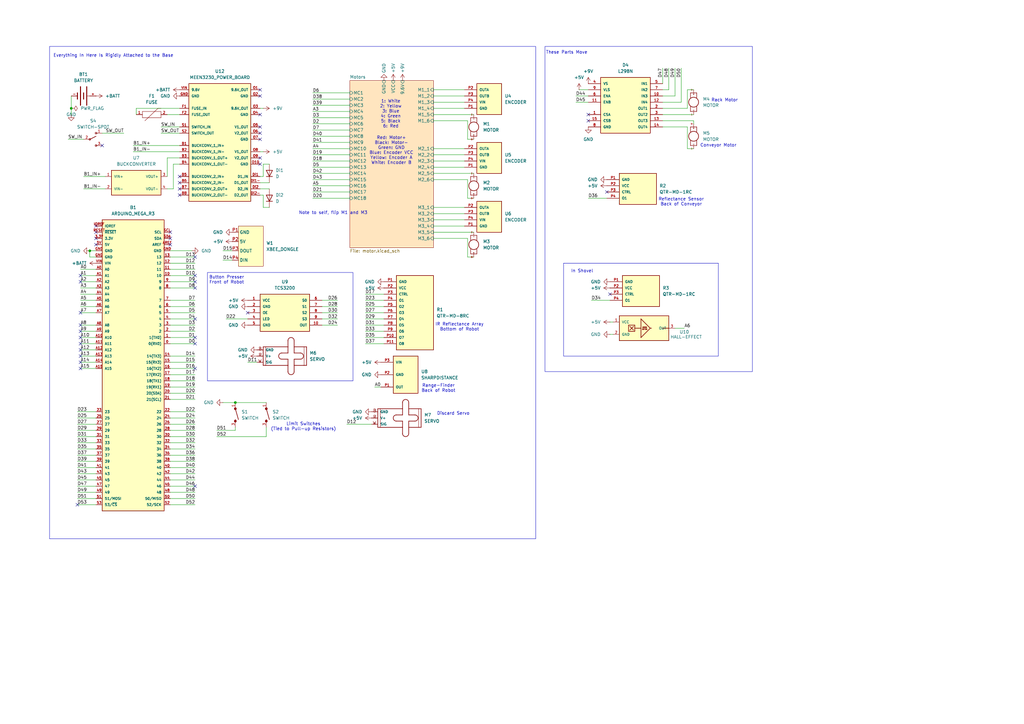
<source format=kicad_sch>
(kicad_sch (version 20250114) (generator "eeschema") (generator_version "9.0")
  (paper "A3")
  (title_block (title "Full Robot Schematic"))
  (rectangle (start 231.14 107.95) (end 294.64 146.05))
  (rectangle (start 223.52 19.05) (end 308.61 152.4))
  (rectangle (start 85.09 111.76) (end 144.78 156.21))
  (rectangle (start 20.32 19.05) (end 219.71 220.98))
  (text "Button Presser\nFront of Robot" (at 92.964 114.808 0) (effects (font (size 1.27 1.27))))
  (text "Everything In Here Is Rigidly Attached to the Base" (at 46.482 22.86 0) (effects (font (size 1.27 1.27))))
  (text "Conveyor Motor" (at 294.64 59.69 0) (effects (font (size 1.27 1.27))))
  (text "In Shovel" (at 238.76 111.252 0) (effects (font (size 1.27 1.27))))
  (text "Note to self, flip M1 and M3" (at 136.652 87.376 0) (effects (font (size 1.27 1.27))))
  (text "These Parts Move" (at 232.41 21.59 0) (effects (font (size 1.27 1.27))))
  (text "IR Reflectance Array\nBottom of Robot" (at 188.468 134.112 0) (effects (font (size 1.27 1.27))))
  (text "1: White\n2: Yellow\n3: Blue\n4: Green\n5: Black\n6: Red" (at 160.274 46.736 0) (effects (font (size 1.27 1.27))))
  (text "Reflectance Sensor\nBack of Conveyor" (at 279.4 82.804 0) (effects (font (size 1.27 1.27))))
  (text "Limit Switches\n(Tied to Pull-up Resistors)" (at 124.46 175.006 0) (effects (font (size 1.27 1.27))))
  (text "Discard Servo" (at 185.928 169.672 0) (effects (font (size 1.27 1.27))))
  (text "Range-Finder\nBack of Robot" (at 179.832 159.258 0) (effects (font (size 1.27 1.27))))
  (text "Red: Motor+\nBlack: Motor-\nGreen: GND\nBlue: Encoder VCC\nYellow: Encoder A\nWhite: Encoder B" (at 160.528 61.722 0) (effects (font (size 1.27 1.27))))
  (text "Rack Motor\n" (at 297.18 41.148 0) (effects (font (size 1.27 1.27))))
  (junction (at 29.21 44.45))
  (junction (at 96.52 165.1))
  (junction (at 36.83 102.87))
  (no_connect (at 80.01 140.97))
  (no_connect (at 39.37 95.25))
  (no_connect (at 80.01 105.41))
  (no_connect (at 248.92 78.74))
  (no_connect (at 33.02 133.35))
  (no_connect (at 101.6 128.27))
  (no_connect (at 80.01 113.03))
  (no_connect (at 80.01 115.57))
  (no_connect (at 80.01 138.43))
  (no_connect (at 80.01 118.11))
  (no_connect (at 31.75 207.01))
  (no_connect (at 33.02 151.13))
  (no_connect (at 39.37 100.33))
  (no_connect (at 250.19 120.65))
  (no_connect (at 33.02 128.27))
  (no_connect (at 73.66 77.47))
  (no_connect (at 69.85 100.33))
  (no_connect (at 106.68 67.31))
  (no_connect (at 33.02 138.43))
  (no_connect (at 106.68 52.07))
  (no_connect (at 106.68 36.83))
  (no_connect (at 33.02 146.05))
  (no_connect (at 80.01 199.39))
  (no_connect (at 80.01 151.13))
  (no_connect (at 33.02 148.59))
  (no_connect (at 106.68 39.37))
  (no_connect (at 33.02 115.57))
  (no_connect (at 39.37 92.71))
  (no_connect (at 106.68 46.99))
  (no_connect (at 33.02 140.97))
  (no_connect (at 33.02 143.51))
  (no_connect (at 106.68 64.77))
  (no_connect (at 80.01 130.81))
  (no_connect (at 73.66 80.01))
  (no_connect (at 33.02 135.89))
  (no_connect (at 41.91 59.69))
  (no_connect (at 69.85 95.25))
  (no_connect (at 39.37 97.79))
  (no_connect (at 241.3 46.99))
  (no_connect (at 106.68 54.61))
  (no_connect (at 69.85 97.79))
  (no_connect (at 73.66 74.93))
  (no_connect (at 241.3 49.53))
  (no_connect (at 33.02 113.03))
  (no_connect (at 106.68 57.15))
  (no_connect (at 73.66 72.39))
  (wire (pts (xy 68.58 77.47) (xy 71.12 77.47)))
  (wire (pts (xy 132.08 128.27) (xy 138.43 128.27)))
  (wire (pts (xy 177.8 36.83) (xy 190.5 36.83)))
  (wire (pts (xy 69.85 194.31) (xy 80.01 194.31)))
  (wire (pts (xy 88.9 179.07) (xy 109.22 179.07)))
  (wire (pts (xy 33.02 133.35) (xy 39.37 133.35)))
  (wire (pts (xy 31.75 186.69) (xy 39.37 186.69)))
  (wire (pts (xy 191.77 81.28) (xy 191.77 73.66)))
  (wire (pts (xy 91.44 106.68) (xy 95.25 106.68)))
  (wire (pts (xy 177.8 85.09) (xy 190.5 85.09)))
  (wire (pts (xy 191.77 105.41) (xy 191.77 97.79)))
  (wire (pts (xy 177.8 63.5) (xy 190.5 63.5)))
  (wire (pts (xy 149.86 128.27) (xy 157.48 128.27)))
  (wire (pts (xy 128.27 76.2) (xy 143.51 76.2)))
  (wire (pts (xy 106.68 74.93) (xy 110.49 74.93)))
  (wire (pts (xy 33.02 138.43) (xy 39.37 138.43)))
  (wire (pts (xy 128.27 68.58) (xy 143.51 68.58)))
  (wire (pts (xy 281.94 52.07) (xy 281.94 60.96)))
  (wire (pts (xy 271.78 46.99) (xy 284.48 46.99)))
  (wire (pts (xy 29.21 39.37) (xy 29.21 44.45)))
  (wire (pts (xy 33.02 128.27) (xy 39.37 128.27)))
  (wire (pts (xy 128.27 78.74) (xy 143.51 78.74)))
  (wire (pts (xy 149.86 135.89) (xy 157.48 135.89)))
  (wire (pts (xy 41.91 54.61) (xy 50.8 54.61)))
  (wire (pts (xy 33.02 140.97) (xy 39.37 140.97)))
  (wire (pts (xy 69.85 196.85) (xy 80.01 196.85)))
  (wire (pts (xy 69.85 163.83) (xy 80.01 163.83)))
  (wire (pts (xy 69.85 158.75) (xy 80.01 158.75)))
  (wire (pts (xy 281.94 44.45) (xy 281.94 36.83)))
  (wire (pts (xy 91.44 102.87) (xy 95.25 102.87)))
  (wire (pts (xy 251.46 137.16) (xy 250.19 137.16)))
  (wire (pts (xy 177.8 87.63) (xy 190.5 87.63)))
  (wire (pts (xy 31.75 196.85) (xy 39.37 196.85)))
  (wire (pts (xy 128.27 73.66) (xy 143.51 73.66)))
  (wire (pts (xy 69.85 133.35) (xy 80.01 133.35)))
  (wire (pts (xy 69.85 207.01) (xy 80.01 207.01)))
  (wire (pts (xy 31.75 173.99) (xy 39.37 173.99)))
  (wire (pts (xy 29.21 44.45) (xy 29.21 46.99)))
  (wire (pts (xy 132.08 123.19) (xy 138.43 123.19)))
  (wire (pts (xy 31.75 207.01) (xy 39.37 207.01)))
  (wire (pts (xy 71.12 67.31) (xy 73.66 67.31)))
  (wire (pts (xy 33.02 120.65) (xy 39.37 120.65)))
  (wire (pts (xy 33.02 113.03) (xy 39.37 113.03)))
  (wire (pts (xy 69.85 186.69) (xy 80.01 186.69)))
  (wire (pts (xy 107.95 67.31) (xy 107.95 72.39)))
  (wire (pts (xy 271.78 36.83) (xy 274.32 36.83)))
  (wire (pts (xy 128.27 60.96) (xy 143.51 60.96)))
  (wire (pts (xy 69.85 201.93) (xy 80.01 201.93)))
  (wire (pts (xy 177.8 92.71) (xy 190.5 92.71)))
  (wire (pts (xy 128.27 43.18) (xy 143.51 43.18)))
  (wire (pts (xy 69.85 173.99) (xy 80.01 173.99)))
  (wire (pts (xy 33.02 118.11) (xy 39.37 118.11)))
  (wire (pts (xy 276.86 134.62) (xy 280.67 134.62)))
  (wire (pts (xy 237.49 36.83) (xy 241.3 36.83)))
  (wire (pts (xy 177.8 44.45) (xy 190.5 44.45)))
  (wire (pts (xy 96.52 175.26) (xy 96.52 176.53)))
  (wire (pts (xy 128.27 63.5) (xy 143.51 63.5)))
  (wire (pts (xy 101.6 148.59) (xy 105.41 148.59)))
  (wire (pts (xy 69.85 105.41) (xy 80.01 105.41)))
  (wire (pts (xy 31.75 191.77) (xy 39.37 191.77)))
  (wire (pts (xy 128.27 71.12) (xy 143.51 71.12)))
  (wire (pts (xy 68.58 46.99) (xy 73.66 46.99)))
  (wire (pts (xy 149.86 140.97) (xy 157.48 140.97)))
  (wire (pts (xy 69.85 181.61) (xy 80.01 181.61)))
  (wire (pts (xy 69.85 110.49) (xy 80.01 110.49)))
  (wire (pts (xy 177.8 49.53) (xy 191.77 49.53)))
  (wire (pts (xy 132.08 125.73) (xy 138.43 125.73)))
  (wire (pts (xy 271.78 41.91) (xy 279.4 41.91)))
  (wire (pts (xy 241.3 81.28) (xy 248.92 81.28)))
  (wire (pts (xy 128.27 38.1) (xy 143.51 38.1)))
  (wire (pts (xy 271.78 44.45) (xy 281.94 44.45)))
  (wire (pts (xy 31.75 194.31) (xy 39.37 194.31)))
  (wire (pts (xy 177.8 41.91) (xy 190.5 41.91)))
  (wire (pts (xy 33.02 151.13) (xy 39.37 151.13)))
  (wire (pts (xy 31.75 184.15) (xy 39.37 184.15)))
  (wire (pts (xy 142.24 173.99) (xy 152.4 173.99)))
  (wire (pts (xy 177.8 39.37) (xy 190.5 39.37)))
  (wire (pts (xy 69.85 146.05) (xy 80.01 146.05)))
  (wire (pts (xy 149.86 125.73) (xy 157.48 125.73)))
  (wire (pts (xy 128.27 53.34) (xy 143.51 53.34)))
  (wire (pts (xy 33.02 143.51) (xy 39.37 143.51)))
  (wire (pts (xy 271.78 27.94) (xy 271.78 34.29)))
  (wire (pts (xy 271.78 52.07) (xy 281.94 52.07)))
  (wire (pts (xy 149.86 133.35) (xy 157.48 133.35)))
  (wire (pts (xy 69.85 138.43) (xy 80.01 138.43)))
  (wire (pts (xy 271.78 49.53) (xy 284.48 49.53)))
  (wire (pts (xy 69.85 102.87) (xy 78.74 102.87)))
  (wire (pts (xy 194.31 105.41) (xy 191.77 105.41)))
  (wire (pts (xy 69.85 135.89) (xy 80.01 135.89)))
  (wire (pts (xy 69.85 148.59) (xy 80.01 148.59)))
  (wire (pts (xy 69.85 115.57) (xy 80.01 115.57)))
  (wire (pts (xy 34.29 72.39) (xy 43.18 72.39)))
  (wire (pts (xy 69.85 156.21) (xy 80.01 156.21)))
  (wire (pts (xy 177.8 66.04) (xy 190.5 66.04)))
  (wire (pts (xy 274.32 27.94) (xy 274.32 36.83)))
  (wire (pts (xy 33.02 115.57) (xy 39.37 115.57)))
  (wire (pts (xy 281.94 60.96) (xy 284.48 60.96)))
  (wire (pts (xy 27.94 57.15) (xy 34.29 57.15)))
  (wire (pts (xy 107.95 80.01) (xy 107.95 85.09)))
  (wire (pts (xy 69.85 184.15) (xy 80.01 184.15)))
  (wire (pts (xy 128.27 50.8) (xy 143.51 50.8)))
  (wire (pts (xy 31.75 171.45) (xy 39.37 171.45)))
  (wire (pts (xy 128.27 48.26) (xy 143.51 48.26)))
  (wire (pts (xy 284.48 49.53) (xy 284.48 50.8)))
  (wire (pts (xy 96.52 165.1) (xy 109.22 165.1)))
  (wire (pts (xy 73.66 44.45) (xy 55.88 44.45)))
  (wire (pts (xy 33.02 146.05) (xy 39.37 146.05)))
  (wire (pts (xy 149.86 138.43) (xy 157.48 138.43)))
  (wire (pts (xy 69.85 161.29) (xy 80.01 161.29)))
  (wire (pts (xy 69.85 204.47) (xy 80.01 204.47)))
  (wire (pts (xy 128.27 66.04) (xy 143.51 66.04)))
  (wire (pts (xy 276.86 27.94) (xy 276.86 39.37)))
  (wire (pts (xy 132.08 133.35) (xy 138.43 133.35)))
  (wire (pts (xy 54.61 62.23) (xy 73.66 62.23)))
  (wire (pts (xy 279.4 27.94) (xy 279.4 41.91)))
  (wire (pts (xy 194.31 81.28) (xy 191.77 81.28)))
  (wire (pts (xy 92.71 130.81) (xy 101.6 130.81)))
  (wire (pts (xy 106.68 62.23) (xy 107.95 62.23)))
  (wire (pts (xy 69.85 191.77) (xy 80.01 191.77)))
  (wire (pts (xy 31.75 201.93) (xy 39.37 201.93)))
  (wire (pts (xy 69.85 171.45) (xy 80.01 171.45)))
  (wire (pts (xy 33.02 123.19) (xy 39.37 123.19)))
  (wire (pts (xy 69.85 176.53) (xy 80.01 176.53)))
  (wire (pts (xy 69.85 125.73) (xy 80.01 125.73)))
  (wire (pts (xy 236.22 39.37) (xy 241.3 39.37)))
  (wire (pts (xy 69.85 118.11) (xy 80.01 118.11)))
  (wire (pts (xy 177.8 71.12) (xy 194.31 71.12)))
  (wire (pts (xy 66.04 52.07) (xy 73.66 52.07)))
  (wire (pts (xy 54.61 59.69) (xy 73.66 59.69)))
  (wire (pts (xy 149.86 130.81) (xy 157.48 130.81)))
  (wire (pts (xy 31.75 179.07) (xy 39.37 179.07)))
  (wire (pts (xy 69.85 130.81) (xy 80.01 130.81)))
  (wire (pts (xy 31.75 189.23) (xy 39.37 189.23)))
  (wire (pts (xy 66.04 54.61) (xy 73.66 54.61)))
  (wire (pts (xy 242.57 123.19) (xy 250.19 123.19)))
  (wire (pts (xy 128.27 81.28) (xy 143.51 81.28)))
  (wire (pts (xy 109.22 175.26) (xy 109.22 179.07)))
  (wire (pts (xy 31.75 199.39) (xy 39.37 199.39)))
  (wire (pts (xy 106.68 72.39) (xy 107.95 72.39)))
  (wire (pts (xy 128.27 40.64) (xy 143.51 40.64)))
  (wire (pts (xy 177.8 68.58) (xy 190.5 68.58)))
  (wire (pts (xy 36.83 102.87) (xy 39.37 102.87)))
  (wire (pts (xy 31.75 168.91) (xy 39.37 168.91)))
  (wire (pts (xy 33.02 135.89) (xy 39.37 135.89)))
  (wire (pts (xy 91.44 165.1) (xy 96.52 165.1)))
  (wire (pts (xy 149.86 120.65) (xy 157.48 120.65)))
  (wire (pts (xy 31.75 176.53) (xy 39.37 176.53)))
  (wire (pts (xy 153.67 158.75) (xy 156.21 158.75)))
  (wire (pts (xy 177.8 97.79) (xy 191.77 97.79)))
  (wire (pts (xy 106.68 77.47) (xy 110.49 77.47)))
  (wire (pts (xy 68.58 72.39) (xy 68.58 64.77)))
  (wire (pts (xy 69.85 128.27) (xy 80.01 128.27)))
  (wire (pts (xy 69.85 168.91) (xy 80.01 168.91)))
  (wire (pts (xy 71.12 77.47) (xy 71.12 67.31)))
  (wire (pts (xy 88.9 176.53) (xy 96.52 176.53)))
  (wire (pts (xy 69.85 199.39) (xy 80.01 199.39)))
  (wire (pts (xy 271.78 39.37) (xy 276.86 39.37)))
  (wire (pts (xy 177.8 46.99) (xy 194.31 46.99)))
  (wire (pts (xy 177.8 73.66) (xy 191.77 73.66)))
  (wire (pts (xy 128.27 45.72) (xy 143.51 45.72)))
  (wire (pts (xy 128.27 55.88) (xy 143.51 55.88)))
  (wire (pts (xy 69.85 107.95) (xy 80.01 107.95)))
  (wire (pts (xy 33.02 110.49) (xy 39.37 110.49)))
  (wire (pts (xy 36.83 105.41) (xy 36.83 102.87)))
  (wire (pts (xy 107.95 67.31) (xy 110.49 67.31)))
  (wire (pts (xy 69.85 151.13) (xy 80.01 151.13)))
  (wire (pts (xy 69.85 189.23) (xy 80.01 189.23)))
  (wire (pts (xy 107.95 80.01) (xy 106.68 80.01)))
  (wire (pts (xy 236.22 41.91) (xy 241.3 41.91)))
  (wire (pts (xy 33.02 125.73) (xy 39.37 125.73)))
  (wire (pts (xy 31.75 181.61) (xy 39.37 181.61)))
  (wire (pts (xy 33.02 148.59) (xy 39.37 148.59)))
  (wire (pts (xy 39.37 105.41) (xy 36.83 105.41)))
  (wire (pts (xy 34.29 77.47) (xy 43.18 77.47)))
  (wire (pts (xy 177.8 95.25) (xy 194.31 95.25)))
  (wire (pts (xy 55.88 44.45) (xy 55.88 46.99)))
  (wire (pts (xy 69.85 153.67) (xy 80.01 153.67)))
  (wire (pts (xy 177.8 60.96) (xy 190.5 60.96)))
  (wire (pts (xy 106.68 44.45) (xy 107.95 44.45)))
  (wire (pts (xy 250.19 132.08) (xy 251.46 132.08)))
  (wire (pts (xy 31.75 204.47) (xy 39.37 204.47)))
  (wire (pts (xy 107.95 85.09) (xy 110.49 85.09)))
  (wire (pts (xy 149.86 123.19) (xy 157.48 123.19)))
  (wire (pts (xy 69.85 123.19) (xy 80.01 123.19)))
  (wire (pts (xy 281.94 36.83) (xy 284.48 36.83)))
  (wire (pts (xy 69.85 179.07) (xy 80.01 179.07)))
  (wire (pts (xy 128.27 58.42) (xy 143.51 58.42)))
  (wire (pts (xy 177.8 90.17) (xy 190.5 90.17)))
  (wire (pts (xy 194.31 57.15) (xy 191.77 57.15)))
  (wire (pts (xy 191.77 57.15) (xy 191.77 49.53)))
  (wire (pts (xy 69.85 140.97) (xy 80.01 140.97)))
  (wire (pts (xy 68.58 64.77) (xy 73.66 64.77)))
  (wire (pts (xy 132.08 130.81) (xy 138.43 130.81)))
  (wire (pts (xy 69.85 113.03) (xy 80.01 113.03)))
  (label "D45" (at 236.22 41.91 0))
  (label "SW_IN" (at 27.94 57.15 0))
  (label "D11" (at 101.6 148.59 0))
  (label "D31" (at 149.86 133.35 0))
  (label "D27" (at 149.86 128.27 0))
  (label "D38" (at 128.27 40.64 0))
  (label "D19" (at 128.27 63.5 0))
  (label "A6" (at 280.67 134.62 0))
  (label "D21" (at 80.01 163.83 180))
  (label "D45" (at 31.75 196.85 0))
  (label "D48" (at 274.32 27.94 270))
  (label "D52" (at 88.9 179.07 0))
  (label "D51" (at 31.75 204.47 0))
  (label "B1_IN+" (at 54.61 59.69 0))
  (label "D39" (at 31.75 189.23 0))
  (label "A6" (at 33.02 125.73 0))
  (label "D40" (at 128.27 55.88 0))
  (label "SW_IN" (at 66.04 52.07 0))
  (label "D19" (at 80.01 158.75 180))
  (label "D34" (at 242.57 123.19 0))
  (label "D36" (at 80.01 186.69 180))
  (label "D32" (at 80.01 181.61 180))
  (label "A1" (at 33.02 113.03 0))
  (label "A8" (at 33.02 133.35 0))
  (label "D42" (at 80.01 194.31 180))
  (label "D22" (at 92.71 130.81 0))
  (label "A3" (at 128.27 45.72 0))
  (label "D0" (at 80.01 140.97 180))
  (label "D47" (at 271.78 27.94 270))
  (label "D24" (at 138.43 133.35 180))
  (label "D15" (at 80.01 148.59 180))
  (label "D49" (at 31.75 201.93 0))
  (label "D44" (at 80.01 196.85 180))
  (label "D1" (at 80.01 138.43 180))
  (label "A0" (at 33.02 110.49 0))
  (label "D20" (at 80.01 161.29 180))
  (label "A9" (at 33.02 135.89 0))
  (label "A10" (at 33.02 138.43 0))
  (label "D6" (at 80.01 125.73 180))
  (label "A14" (at 33.02 148.59 0))
  (label "B1_IN+" (at 34.29 72.39 0))
  (label "D31" (at 31.75 179.07 0))
  (label "A11" (at 33.02 140.97 0))
  (label "D3" (at 128.27 48.26 0))
  (label "B1_IN-" (at 54.61 62.23 0))
  (label "D5" (at 128.27 68.58 0))
  (label "D27" (at 31.75 173.99 0))
  (label "D18" (at 80.01 156.21 180))
  (label "D33" (at 31.75 181.61 0))
  (label "D7" (at 128.27 53.34 0))
  (label "D12" (at 142.24 173.99 0))
  (label "D50" (at 279.4 27.94 270))
  (label "D13" (at 80.01 105.41 180))
  (label "D30" (at 80.01 179.07 180))
  (label "D47" (at 31.75 199.39 0))
  (label "D35" (at 149.86 138.43 0))
  (label "D32" (at 138.43 130.81 180))
  (label "D36" (at 241.3 81.28 0))
  (label "D4" (at 80.01 130.81 180))
  (label "SW_OUT" (at 50.8 54.61 180))
  (label "D12" (at 80.01 107.95 180))
  (label "D43" (at 31.75 194.31 0))
  (label "A4" (at 128.27 60.96 0))
  (label "D48" (at 80.01 201.93 180))
  (label "D40" (at 80.01 191.77 180))
  (label "D29" (at 31.75 176.53 0))
  (label "D24" (at 80.01 171.45 180))
  (label "D53" (at 31.75 207.01 0))
  (label "A15" (at 33.02 151.13 0))
  (label "D29" (at 149.86 130.81 0))
  (label "D30" (at 138.43 128.27 180))
  (label "D10" (at 80.01 113.03 180))
  (label "D14" (at 91.44 106.68 0))
  (label "D2" (at 128.27 50.8 0))
  (label "D21" (at 128.27 78.74 0))
  (label "D23" (at 31.75 168.91 0))
  (label "D25" (at 149.86 125.73 0))
  (label "D37" (at 149.86 140.97 0))
  (label "D34" (at 80.01 184.15 180))
  (label "D14" (at 80.01 146.05 180))
  (label "D25" (at 31.75 171.45 0))
  (label "D37" (at 31.75 186.69 0))
  (label "SW_OUT" (at 66.04 54.61 0))
  (label "A12" (at 33.02 143.51 0))
  (label "D52" (at 80.01 207.01 180))
  (label "D23" (at 149.86 123.19 0))
  (label "A5" (at 33.02 123.19 0))
  (label "A0" (at 153.67 158.75 0))
  (label "D50" (at 80.01 204.47 180))
  (label "A4" (at 33.02 120.65 0))
  (label "A5" (at 128.27 76.2 0))
  (label "D41" (at 31.75 191.77 0))
  (label "A2" (at 33.02 115.57 0))
  (label "D49" (at 276.86 27.94 270))
  (label "D3" (at 80.01 133.35 180))
  (label "D44" (at 236.22 39.37 0))
  (label "D20" (at 128.27 81.28 0))
  (label "D7" (at 80.01 123.19 180))
  (label "D18" (at 128.27 66.04 0))
  (label "D17" (at 149.86 120.65 0))
  (label "D9" (at 80.01 115.57 180))
  (label "A13" (at 33.02 146.05 0))
  (label "D6" (at 128.27 38.1 0))
  (label "D17" (at 80.01 153.67 180))
  (label "D38" (at 80.01 189.23 180))
  (label "D5" (at 80.01 128.27 180))
  (label "D51" (at 88.9 176.53 0))
  (label "D28" (at 138.43 125.73 180))
  (label "D11" (at 80.01 110.49 180))
  (label "D15" (at 91.44 102.87 0))
  (label "A7" (at 33.02 128.27 0))
  (label "D46" (at 80.01 199.39 180))
  (label "D35" (at 31.75 184.15 0))
  (label "B1_IN-" (at 34.29 77.47 0))
  (label "D43" (at 128.27 73.66 0))
  (label "D8" (at 80.01 118.11 180))
  (label "D42" (at 128.27 71.12 0))
  (label "D33" (at 149.86 135.89 0))
  (label "D16" (at 80.01 151.13 180))
  (label "D41" (at 128.27 58.42 0))
  (label "D28" (at 80.01 176.53 180))
  (label "D22" (at 80.01 168.91 180))
  (label "D2" (at 80.01 135.89 180))
  (label "D26" (at 138.43 123.19 180))
  (label "A3" (at 33.02 118.11 0))
  (label "D26" (at 80.01 173.99 180))
  (label "D39" (at 128.27 43.18 0))
  (symbol (lib_id "ME3230:SWITCH-SPDT") (at 36.83 57.15 0) (unit 1)
    (property "Reference" "S4" (at 38.2252 49.53 0))
    (property "Value" "SWITCH-SPDT" (at 38.2252 52.07 0))
    (property "Footprint" "SWITCH-SPDT:SWITCH_SPDT_SMD" (effects (hide yes)))
  )
  (symbol (lib_id "ME3230:BATTERY") (at 34.29 39.37 0) (mirror y) (unit 1)
    (property "Reference" "BT1" (at 34.2265 30.48 0))
    (property "Value" "BATTERY" (at 34.2265 33.02 0))
    (property "Footprint" "MechLibrary:Power Terminal" (effects (hide yes)))
  )
  (symbol (lib_id "power:+9V") (at 165.1 33.02 0) (unit 1)
    (property "Reference" "#PWR04" (effects (hide yes)))
    (property "Value" "+9V" (at 165.1 27.94 90))
    (property "Description" "Power symbol creates a global label with name \"+9V\"" (effects (hide yes)))
  )
  (symbol (lib_id "ME3230:ARDUINO_MEGA_R3") (at 54.61 146.05 0) (unit 1)
    (property "Reference" "B1" (at 54.61 85.09 0))
    (property "Value" "ARDUINO_MEGA_R3" (at 54.61 87.63 0))
    (property "Footprint" "ARDUINO_MEGA_R3:ARDUINO_MEGA_NO_SILK" (effects (hide yes)))
  )
  (symbol (lib_id "ME3230:MOTOR") (at 284.48 41.91 0) (unit 1)
    (property "Reference" "M4" (at 288.29 40.6399 0) (effects (justify left)))
    (property "Value" "MOTOR" (at 288.29 43.1799 0) (effects (justify left)))
    (property "Footprint" "MOTOR:VIBE-MOTOR-10MM" (effects (hide yes)))
    (property "PROD_ID" "COMP-08572" (effects (hide yes)))
    (property "SF_SKU" "ROB-08449" (effects (hide yes)))
  )
  (symbol (lib_id "power:+5V") (at 157.48 118.11 90) (unit 1)
    (property "Reference" "#PWR044" (effects (hide yes)))
    (property "Value" "+5V" (at 153.67 118.1099 90) (effects (justify left)))
    (property "Description" "Power symbol creates a global label with name \"+5V\"" (effects (hide yes)))
  )
  (symbol (lib_id "power:+BATT") (at 73.66 36.83 90) (unit 1)
    (property "Reference" "#PWR011" (effects (hide yes)))
    (property "Value" "+BATT" (at 69.85 36.8299 90) (effects (justify left)))
    (property "Description" "Power symbol creates a global label with name \"+BATT\"" (effects (hide yes)))
  )
  (symbol (lib_id "power:GND") (at 157.48 115.57 270) (unit 1)
    (property "Reference" "#PWR040" (effects (hide yes)))
    (property "Value" "GND" (at 153.67 115.5699 90) (effects (justify right)))
    (property "Description" "Power symbol creates a global label with name \"GND\" , ground" (effects (hide yes)))
  )
  (symbol (lib_id "power:+5V") (at 156.21 148.59 90) (unit 1)
    (property "Reference" "#PWR036" (effects (hide yes)))
    (property "Value" "+5V" (at 152.4 148.5899 90) (effects (justify left)))
    (property "Description" "Power symbol creates a global label with name \"+5V\"" (effects (hide yes)))
  )
  (symbol (lib_id "power:+5V") (at 105.41 146.05 90) (unit 1)
    (property "Reference" "#PWR035" (effects (hide yes)))
    (property "Value" "+5V" (at 101.6 146.0499 90) (effects (justify left)))
    (property "Description" "Power symbol creates a global label with name \"+5V\"" (effects (hide yes)))
  )
  (symbol (lib_id "ME3230:ENCODER") (at 200.66 41.91 0) (unit 1)
    (property "Reference" "U4" (at 207.01 39.3699 0) (effects (justify left)))
    (property "Value" "ENCODER" (at 207.01 41.9099 0) (effects (justify left)))
    (property "Footprint" "ENCODER:ENCODER" (effects (hide yes)))
  )
  (symbol (lib_id "ME3230:FUSE") (at 60.96 46.99 0) (unit 1)
    (property "Reference" "F1" (at 62.23 39.37 0))
    (property "Value" "FUSE" (at 62.23 41.91 0))
    (property "Footprint" "MechLibrary:Fuse Holder" (effects (hide yes)))
  )
  (symbol (lib_id "ME3230:QTR-MD-8RC") (at 167.64 135.89 0) (unit 1)
    (property "Reference" "R1" (at 179.07 126.9999 0) (effects (justify left)))
    (property "Value" "QTR-MD-8RC" (at 179.07 129.5399 0) (effects (justify left)))
    (property "Footprint" "QTR-MD-8RC:QTRMD8" (effects (hide yes)))
  )
  (symbol (lib_id "ME3230:QTR-MD-1RC") (at 259.08 76.2 0) (unit 1)
    (property "Reference" "R2" (at 270.51 76.1999 0) (effects (justify left)))
    (property "Value" "QTR-MD-1RC" (at 270.51 78.7399 0) (effects (justify left)))
    (property "Footprint" "QTR-MD-1RC:QTRMD1" (effects (hide yes)))
  )
  (symbol (lib_id "Device:D") (at 110.49 81.28 90) (unit 1)
    (property "Reference" "Di2" (at 113.03 80.0099 90) (effects (justify right)))
    (property "Value" "D" (at 113.03 82.5499 90) (effects (justify right)))
    (property "Description" "Diode" (effects (hide yes)))
    (property "Sim.Device" "D" (effects (hide yes)))
    (property "Sim.Pins" "1=K 2=A" (effects (hide yes)))
  )
  (symbol (lib_id "ME3230:HALL-EFFECT") (at 264.16 134.62 0) (unit 1)
    (property "Reference" "U10" (at 280.67 136.144 0))
    (property "Value" "HALL-EFFECT" (at 281.432 138.176 0))
    (property "Footprint" "HALL-EFFECT:HALLEFFECT" (effects (hide yes)))
    (property "PROD_ID" "IC-09214" (effects (hide yes)))
  )
  (symbol (lib_id "ME3230:TCS3200 Color Sensor") (at 116.84 130.81 0) (unit 1)
    (property "Reference" "U9" (at 116.84 115.57 0))
    (property "Value" "TCS3200" (at 116.84 118.11 0))
  )
  (symbol (lib_id "ME3230:QTR-MD-1RC") (at 260.35 118.11 0) (unit 1)
    (property "Reference" "R3" (at 271.78 118.1099 0) (effects (justify left)))
    (property "Value" "QTR-MD-1RC" (at 271.78 120.6499 0) (effects (justify left)))
    (property "Footprint" "QTR-MD-1RC:QTRMD1" (effects (hide yes)))
  )
  (symbol (lib_id "power:GND") (at 105.41 143.51 270) (unit 1)
    (property "Reference" "#PWR034" (effects (hide yes)))
    (property "Value" "GND" (at 101.6 143.5099 90) (effects (justify right)))
    (property "Description" "Power symbol creates a global label with name \"GND\" , ground" (effects (hide yes)))
  )
  (symbol (lib_id "power:GND") (at 241.3 52.07 0) (unit 1)
    (property "Reference" "#PWR031" (effects (hide yes)))
    (property "Value" "GND" (at 241.3 57.15 0))
    (property "Description" "Power symbol creates a global label with name \"GND\" , ground" (effects (hide yes)))
  )
  (symbol (lib_id "power:GND") (at 250.19 115.57 270) (unit 1)
    (property "Reference" "#PWR042" (effects (hide yes)))
    (property "Value" "GND" (at 246.38 115.5699 90) (effects (justify right)))
    (property "Description" "Power symbol creates a global label with name \"GND\" , ground" (effects (hide yes)))
  )
  (symbol (lib_id "power:+5V") (at 161.29 33.02 0) (unit 1)
    (property "Reference" "#PWR05" (effects (hide yes)))
    (property "Value" "+5V" (at 161.29 27.94 90))
    (property "Description" "Power symbol creates a global label with name \"+5V\"" (effects (hide yes)))
  )
  (symbol (lib_id "ME3230:SERVO") (at 154.94 173.99 180) (unit 1)
    (property "Reference" "M7" (at 173.99 170.1799 0) (effects (justify right)))
    (property "Value" "SERVO" (at 173.99 172.7199 0) (effects (justify right)))
    (property "Footprint" "SERVO:SERVOFOOTPRINT" (effects (hide yes)))
  )
  (symbol (lib_id "power:GND") (at 248.92 73.66 270) (unit 1)
    (property "Reference" "#PWR041" (effects (hide yes)))
    (property "Value" "GND" (at 245.11 73.6599 90) (effects (justify right)))
    (property "Description" "Power symbol creates a global label with name \"GND\" , ground" (effects (hide yes)))
  )
  (symbol (lib_id "power:GND") (at 95.25 95.25 270) (unit 1)
    (property "Reference" "#PWR051" (effects (hide yes)))
    (property "Value" "GND" (at 91.44 95.2499 90) (effects (justify right)))
    (property "Description" "Power symbol creates a global label with name \"GND\" , ground" (effects (hide yes)))
  )
  (symbol (lib_id "power:PWR_FLAG") (at 29.21 44.45 270) (unit 1)
    (property "Reference" "#FLG01" (effects (hide yes)))
    (property "Value" "PWR_FLAG" (at 33.02 44.4499 90) (effects (justify left)))
    (property "Description" "Special symbol for telling ERC where power comes from" (effects (hide yes)))
  )
  (symbol (lib_id "power:+5V") (at 250.19 118.11 90) (unit 1)
    (property "Reference" "#PWR043" (effects (hide yes)))
    (property "Value" "+5V" (at 246.38 118.1099 90) (effects (justify left)))
    (property "Description" "Power symbol creates a global label with name \"+5V\"" (effects (hide yes)))
  )
  (symbol (lib_id "power:GND") (at 157.48 33.02 180) (unit 1)
    (property "Reference" "#PWR03" (effects (hide yes)))
    (property "Value" "GND" (at 157.48 27.94 90))
    (property "Description" "Power symbol creates a global label with name \"GND\" , ground" (effects (hide yes)))
  )
  (symbol (lib_id "Device:D") (at 110.49 71.12 90) (unit 1)
    (property "Reference" "Di1" (at 113.03 69.8499 90) (effects (justify right)))
    (property "Value" "D" (at 113.03 72.3899 90) (effects (justify right)))
    (property "Description" "Diode" (effects (hide yes)))
    (property "Sim.Device" "D" (effects (hide yes)))
    (property "Sim.Pins" "1=K 2=A" (effects (hide yes)))
  )
  (symbol (lib_id "ME3230:MOTOR") (at 284.48 55.88 0) (unit 1)
    (property "Reference" "M5" (at 288.29 54.6099 0) (effects (justify left)))
    (property "Value" "MOTOR" (at 288.29 57.1499 0) (effects (justify left)))
    (property "Footprint" "MOTOR:VIBE-MOTOR-10MM" (effects (hide yes)))
    (property "PROD_ID" "COMP-08572" (effects (hide yes)))
    (property "SF_SKU" "ROB-08449" (effects (hide yes)))
  )
  (symbol (lib_id "power:GND") (at 156.21 153.67 270) (unit 1)
    (property "Reference" "#PWR037" (effects (hide yes)))
    (property "Value" "GND" (at 152.4 153.6699 90) (effects (justify right)))
    (property "Description" "Power symbol creates a global label with name \"GND\" , ground" (effects (hide yes)))
  )
  (symbol (lib_id "power:+BATT") (at 39.37 39.37 270) (unit 1)
    (property "Reference" "#PWR010" (effects (hide yes)))
    (property "Value" "+BATT" (at 43.18 39.3699 90) (effects (justify left)))
    (property "Description" "Power symbol creates a global label with name \"+BATT\"" (effects (hide yes)))
  )
  (symbol (lib_id "power:+5V") (at 250.19 132.08 90) (unit 1)
    (property "Reference" "#PWR038" (effects (hide yes)))
    (property "Value" "+5V" (at 246.38 132.0799 90) (effects (justify left)))
    (property "Description" "Power symbol creates a global label with name \"+5V\"" (effects (hide yes)))
  )
  (symbol (lib_id "power:+5V") (at 101.6 123.19 90) (unit 1)
    (property "Reference" "#PWR046" (effects (hide yes)))
    (property "Value" "+5V" (at 97.79 123.1899 90) (effects (justify left)))
    (property "Description" "Power symbol creates a global label with name \"+5V\"" (effects (hide yes)))
  )
  (symbol (lib_id "power:+5V") (at 107.95 62.23 270) (unit 1)
    (property "Reference" "#PWR013" (effects (hide yes)))
    (property "Value" "+5V" (at 111.76 62.2299 90) (effects (justify left)))
    (property "Description" "Power symbol creates a global label with name \"+5V\"" (effects (hide yes)))
  )
  (symbol (lib_id "ME3230:BUCKCONVERTER") (at 55.88 74.93 0) (unit 1)
    (property "Reference" "U7" (at 55.88 64.77 0))
    (property "Value" "BUCKCONVERTER" (at 55.88 67.31 0))
    (property "Footprint" "MechLibrary:BuckConverter" (effects (hide yes)))
    (property "PROD_ID" "IC-14143" (effects (hide yes)))
  )
  (symbol (lib_id "power:+9V") (at 241.3 34.29 0) (unit 1)
    (property "Reference" "#PWR032" (effects (hide yes)))
    (property "Value" "+9V" (at 241.3 29.21 0))
    (property "Description" "Power symbol creates a global label with name \"+9V\"" (effects (hide yes)))
  )
  (symbol (lib_id "power:GND") (at 101.6 125.73 270) (unit 1)
    (property "Reference" "#PWR047" (effects (hide yes)))
    (property "Value" "GND" (at 97.79 125.7299 90) (effects (justify right)))
    (property "Description" "Power symbol creates a global label with name \"GND\" , ground" (effects (hide yes)))
  )
  (symbol (lib_id "power:GND") (at 78.74 102.87 90) (unit 1)
    (property "Reference" "#PWR016" (effects (hide yes)))
    (property "Value" "GND" (at 82.55 102.8699 90) (effects (justify right)))
    (property "Description" "Power symbol creates a global label with name \"GND\" , ground" (effects (hide yes)))
  )
  (symbol (lib_id "power:GND") (at 29.21 46.99 0) (unit 1)
    (property "Reference" "#PWR02" (effects (hide yes)))
    (property "Value" "GND" (at 29.21 46.99 0))
    (property "Description" "Power symbol creates a global label with name \"GND\" , ground" (effects (hide yes)))
  )
  (symbol (lib_id "ME3230:MOTOR") (at 194.31 52.07 180) (unit 1)
    (property "Reference" "M1" (at 198.12 50.7999 0) (effects (justify right)))
    (property "Value" "MOTOR" (at 198.12 53.3399 0) (effects (justify right)))
    (property "Footprint" "MOTOR:VIBE-MOTOR-10MM" (effects (hide yes)))
    (property "PROD_ID" "COMP-08572" (effects (hide yes)))
    (property "SF_SKU" "ROB-08449" (effects (hide yes)))
  )
  (symbol (lib_id "ME3230:SHARPDISTANCE") (at 166.37 153.67 0) (unit 1)
    (property "Reference" "U8" (at 172.72 152.3999 0) (effects (justify left)))
    (property "Value" "SHARPDISTANCE" (at 172.72 154.9399 0) (effects (justify left)))
    (property "Footprint" "SHARPDISTANCE:SHARPDISTANCE" (effects (hide yes)))
  )
  (symbol (lib_id "power:+5V") (at 248.92 76.2 90) (unit 1)
    (property "Reference" "#PWR045" (effects (hide yes)))
    (property "Value" "+5V" (at 245.11 76.1999 90) (effects (justify left)))
    (property "Description" "Power symbol creates a global label with name \"+5V\"" (effects (hide yes)))
  )
  (symbol (lib_id "power:GND") (at 91.44 165.1 270) (unit 1)
    (property "Reference" "#PWR08" (effects (hide yes)))
    (property "Value" "GND" (at 87.63 165.0999 90) (effects (justify right)))
    (property "Description" "Power symbol creates a global label with name \"GND\" , ground" (effects (hide yes)))
  )
  (symbol (lib_id "ME3230:PUSHBUTTON-SWITCH") (at 109.22 170.18 270) (unit 1)
    (property "Reference" "S2" (at 111.76 168.9099 90) (effects (justify left)))
    (property "Value" "SWITCH" (at 111.76 171.4499 90) (effects (justify left)))
    (property "Footprint" "MechLibrary:Header3" (effects (hide yes)))
  )
  (symbol (lib_id "ME3230:ENCODER") (at 200.66 90.17 0) (unit 1)
    (property "Reference" "U6" (at 207.01 87.6299 0) (effects (justify left)))
    (property "Value" "ENCODER" (at 207.01 90.1699 0) (effects (justify left)))
    (property "Footprint" "ENCODER:ENCODER" (effects (hide yes)))
  )
  (symbol (lib_id "power:+BATT") (at 39.37 107.95 90) (unit 1)
    (property "Reference" "#PWR015" (effects (hide yes)))
    (property "Value" "+BATT" (at 35.56 107.9499 90) (effects (justify left)))
    (property "Description" "Power symbol creates a global label with name \"+BATT\"" (effects (hide yes)))
  )
  (symbol (lib_id "ME3230:MEEN3230_POWER_BOARD") (at 90.17 72.39 0) (unit 1)
    (property "Reference" "U12" (at 90.17 29.21 0))
    (property "Value" "MEEN3230_POWER_BOARD" (at 90.17 31.75 0))
  )
  (symbol (lib_id "ME3230:ENCODER") (at 200.66 66.04 0) (unit 1)
    (property "Reference" "U5" (at 207.01 63.4999 0) (effects (justify left)))
    (property "Value" "ENCODER" (at 207.01 66.0399 0) (effects (justify left)))
    (property "Footprint" "ENCODER:ENCODER" (effects (hide yes)))
  )
  (symbol (lib_id "power:+5V") (at 95.25 99.06 90) (unit 1)
    (property "Reference" "#PWR052" (effects (hide yes)))
    (property "Value" "+5V" (at 91.44 99.0599 90) (effects (justify left)))
    (property "Description" "Power symbol creates a global label with name \"+5V\"" (effects (hide yes)))
  )
  (symbol (lib_name "SERVO_1") (lib_id "ME3230:SERVO") (at 107.95 148.59 180) (unit 1)
    (property "Reference" "M6" (at 127 144.7799 0) (effects (justify right)))
    (property "Value" "SERVO" (at 127 147.3199 0) (effects (justify right)))
    (property "Footprint" "SERVO:SERVOFOOTPRINT" (effects (hide yes)))
  )
  (symbol (lib_id "ME3230:MOTOR") (at 194.31 76.2 180) (unit 1)
    (property "Reference" "M2" (at 198.12 74.9299 0) (effects (justify right)))
    (property "Value" "MOTOR" (at 198.12 77.4699 0) (effects (justify right)))
    (property "Footprint" "MOTOR:VIBE-MOTOR-10MM" (effects (hide yes)))
    (property "PROD_ID" "COMP-08572" (effects (hide yes)))
    (property "SF_SKU" "ROB-08449" (effects (hide yes)))
  )
  (symbol (lib_id "power:GND") (at 101.6 133.35 270) (unit 1)
    (property "Reference" "#PWR048" (effects (hide yes)))
    (property "Value" "GND" (at 97.79 133.3499 90) (effects (justify right)))
    (property "Description" "Power symbol creates a global label with name \"GND\" , ground" (effects (hide yes)))
  )
  (symbol (lib_id "ME3230:XBEE_Dongle") (at 102.87 99.06 0) (unit 1)
    (property "Reference" "W1" (at 109.22 99.6949 0) (effects (justify left)))
    (property "Value" "XBEE_DONGLE" (at 109.22 102.2349 0) (effects (justify left)))
  )
  (symbol (lib_id "power:GND") (at 73.66 39.37 270) (unit 1)
    (property "Reference" "#PWR01" (effects (hide yes)))
    (property "Value" "GND" (at 69.85 39.3699 90) (effects (justify right)))
    (property "Description" "Power symbol creates a global label with name \"GND\" , ground" (effects (hide yes)))
  )
  (symbol (lib_id "ME3230:L298N") (at 256.54 41.91 0) (unit 1)
    (property "Reference" "D4" (at 256.54 26.67 0))
    (property "Value" "L298N" (at 256.54 29.21 0))
    (property "Footprint" "L298:L298" (effects (hide yes)))
  )
  (symbol (lib_id "power:+5V") (at 152.4 171.45 90) (unit 1)
    (property "Reference" "#PWR07" (effects (hide yes)))
    (property "Value" "+5V" (at 148.59 171.4499 90) (effects (justify left)))
    (property "Description" "Power symbol creates a global label with name \"+5V\"" (effects (hide yes)))
  )
  (symbol (lib_id "power:+9V") (at 107.95 44.45 270) (unit 1)
    (property "Reference" "#PWR017" (effects (hide yes)))
    (property "Value" "+9V" (at 111.76 44.4499 90) (effects (justify left)))
    (property "Description" "Power symbol creates a global label with name \"+9V\"" (effects (hide yes)))
  )
  (symbol (lib_id "ME3230:PUSHBUTTON-SWITCH") (at 96.52 170.18 270) (unit 1)
    (property "Reference" "S1" (at 99.06 168.9099 90) (effects (justify left)))
    (property "Value" "SWITCH" (at 99.06 171.4499 90) (effects (justify left)))
    (property "Footprint" "MechLibrary:Header3" (effects (hide yes)))
  )
  (symbol (lib_id "power:+5V") (at 237.49 36.83 0) (unit 1)
    (property "Reference" "#PWR033" (effects (hide yes)))
    (property "Value" "+5V" (at 237.49 31.75 0))
    (property "Description" "Power symbol creates a global label with name \"+5V\"" (effects (hide yes)))
  )
  (symbol (lib_id "power:GND") (at 36.83 102.87 270) (unit 1)
    (property "Reference" "#PWR014" (effects (hide yes)))
    (property "Value" "GND" (at 33.02 102.8699 90) (effects (justify right)))
    (property "Description" "Power symbol creates a global label with name \"GND\" , ground" (effects (hide yes)))
  )
  (symbol (lib_id "power:GND") (at 152.4 168.91 270) (unit 1)
    (property "Reference" "#PWR06" (effects (hide yes)))
    (property "Value" "GND" (at 148.59 168.9099 90) (effects (justify right)))
    (property "Description" "Power symbol creates a global label with name \"GND\" , ground" (effects (hide yes)))
  )
  (symbol (lib_id "power:GND") (at 250.19 137.16 270) (unit 1)
    (property "Reference" "#PWR039" (effects (hide yes)))
    (property "Value" "GND" (at 246.38 137.1599 90) (effects (justify right)))
    (property "Description" "Power symbol creates a global label with name \"GND\" , ground" (effects (hide yes)))
  )
  (symbol (lib_id "ME3230:MOTOR") (at 194.31 100.33 180) (unit 1)
    (property "Reference" "M3" (at 198.12 99.0599 0) (effects (justify right)))
    (property "Value" "MOTOR" (at 198.12 101.5999 0) (effects (justify right)))
    (property "Footprint" "MOTOR:VIBE-MOTOR-10MM" (effects (hide yes)))
    (property "PROD_ID" "COMP-08572" (effects (hide yes)))
    (property "SF_SKU" "ROB-08449" (effects (hide yes)))
  )
  (sheet (at 143.51 33.02) (size 34.29 68.58) (stroke (width 0.1524)) (fill (color 255 229 191 1.0000))
    (property "Sheetname" "Motors" (at 143.51 32.3084 0) (effects (justify left bottom)))
    (property "Sheetfile" "motor.kicad_sch" (at 143.51 102.1846 0) (effects (justify left top)))
    (pin "MC1" input (at 143.51 38.1 180))
    (pin "MC2" input (at 143.51 40.64 180))
    (pin "MC3" input (at 143.51 43.18 180))
    (pin "MC4" input (at 143.51 45.72 180))
    (pin "MC5" input (at 143.51 48.26 180))
    (pin "MC6" input (at 143.51 50.8 180))
    (pin "MC7" input (at 143.51 53.34 180))
    (pin "MC8" input (at 143.51 55.88 180))
    (pin "MC9" input (at 143.51 58.42 180))
    (pin "MC10" input (at 143.51 60.96 180))
    (pin "MC11" input (at 143.51 63.5 180))
    (pin "MC12" input (at 143.51 66.04 180))
    (pin "MC13" input (at 143.51 68.58 180))
    (pin "MC14" input (at 143.51 71.12 180))
    (pin "MC15" input (at 143.51 73.66 180))
    (pin "MC16" input (at 143.51 76.2 180))
    (pin "MC17" input (at 143.51 78.74 180))
    (pin "MC18" input (at 143.51 81.28 180))
    (pin "GND" input (at 157.48 33.02 90))
    (pin "M1_1" input (at 177.8 36.83 0))
    (pin "M1_2" input (at 177.8 39.37 0))
    (pin "M1_3" input (at 177.8 41.91 0))
    (pin "M1_4" input (at 177.8 44.45 0))
    (pin "M1_5" input (at 177.8 46.99 0))
    (pin "M1_6" input (at 177.8 49.53 0))
    (pin "M2_1" input (at 177.8 60.96 0))
    (pin "M2_2" input (at 177.8 63.5 0))
    (pin "M2_3" input (at 177.8 66.04 0))
    (pin "M2_4" input (at 177.8 68.58 0))
    (pin "M2_5" input (at 177.8 71.12 0))
    (pin "M2_6" input (at 177.8 73.66 0))
    (pin "M3_1" input (at 177.8 85.09 0))
    (pin "M3_2" input (at 177.8 87.63 0))
    (pin "M3_3" input (at 177.8 90.17 0))
    (pin "M3_4" input (at 177.8 92.71 0))
    (pin "M3_5" input (at 177.8 95.25 0))
    (pin "M3_6" input (at 177.8 97.79 0))
    (pin "VCC" input (at 161.29 33.02 90))
    (pin "9.6V" input (at 165.1 33.02 90))
  )
)
</source>
